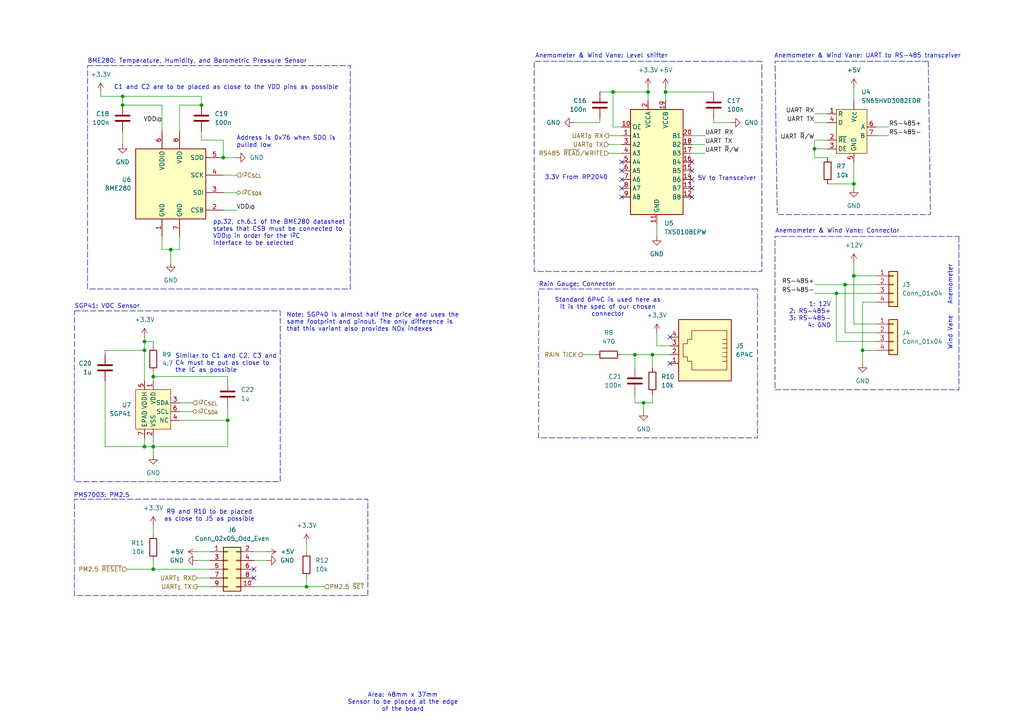
<source format=kicad_sch>
(kicad_sch (version 20250114) (generator "eeschema") (generator_version "9.0")
  (paper "A4")
  (title_block (title "Banshee Microcontroller + Supporting Systems") (date "2026-02-05") (rev "1") (company "Ivan Leonard O Aparte <ivanleonard.aparte@cit.edu>"))
  (lib_symbols
    (symbol "Banshee:SGP41"
      (property "Reference" "U" (at 4.572 9.906 0))
      (property "Value" "SGP41" (at 4.572 7.874 0))
      (symbol "SGP41_1_1"
        (rectangle (start -5.08 6.35) (end 5.08 -5.08) (fill (type background)))
        (pin power_in line (at -2.54 8.89 270) (length 2.54) (name "VDDH") (number "5"))
        (pin unspecified line (at -2.54 -7.62 90) (length 2.54) (name "EPAD") (number "7"))
        (pin power_in line (at 0 8.89 270) (length 2.54) (name "VDD") (number "1"))
        (pin power_in line (at 0 -7.62 90) (length 2.54) (name "VSS") (number "2"))
        (pin bidirectional line (at 7.62 2.54 180) (length 2.54) (name "SDA") (number "3"))
        (pin input line (at 7.62 0 180) (length 2.54) (name "SCL") (number "6"))
        (pin unspecified line (at 7.62 -2.54 180) (length 2.54) (name "NC") (number "4"))
      )
    )
    (symbol "Banshee:SN65HVD485E"
      (property "Reference" "U" (at 28.448 18.542 0))
      (property "Value" "SN65HVD485EDR" (at 28.448 16.764 0))
      (symbol "SN65HVD485E_1_1"
        (rectangle (start -5.08 6.35) (end 3.81 -6.35) (fill (type background)))
        (pin output line (at -7.62 5.08 0) (length 2.54) (name "R") (number "1"))
        (pin input line (at -7.62 2.54 0) (length 2.54) (name "D") (number "4"))
        (pin input line (at -7.62 -2.54 0) (length 2.54) (name "~{RE}") (number "2"))
        (pin input line (at -7.62 -5.08 0) (length 2.54) (name "DE") (number "3"))
        (pin power_in line (at 0 8.89 270) (length 2.54) (name "V_{CC}") (number ""))
        (pin power_in line (at 0 -8.89 90) (length 2.54) (name "GND") (number "5"))
        (pin bidirectional line (at 6.35 1.27 180) (length 2.54) (name "A") (number "6"))
        (pin bidirectional line (at 6.35 -1.27 180) (length 2.54) (name "B") (number "7"))
      )
    )
    (symbol "Connector:6P4C" (pin_names (offset 1.016))
      (property "Reference" "J" (at -5.08 11.43 0))
      (property "Value" "6P4C" (at 2.54 11.43 0))
      (symbol "6P4C_0_1"
        (polyline (pts (xy -6.35 3.175) (xy -5.08 3.175) (xy -5.08 3.175)))
        (polyline (pts (xy -6.35 1.905) (xy -5.08 1.905) (xy -5.08 1.905)))
        (polyline (pts (xy -6.35 0.635) (xy -5.08 0.635) (xy -5.08 0.635)))
        (polyline (pts (xy -6.35 -0.635) (xy -5.08 -0.635) (xy -5.08 -0.635)))
        (polyline (pts (xy -6.35 -1.905) (xy -5.08 -1.905) (xy -5.08 -1.905)))
        (polyline (pts (xy -6.35 -4.445) (xy -6.35 6.985) (xy 3.81 6.985) (xy 3.81 4.445) (xy 5.08 4.445) (xy 5.08 3.175) (xy 6.35 3.175) (xy 6.35 -0.635) (xy 5.08 -0.635) (xy 5.08 -1.905) (xy 3.81 -1.905) (xy 3.81 -4.445) (xy -6.35 -4.445) (xy -6.35 -4.445)))
        (polyline (pts (xy -5.08 4.445) (xy -6.35 4.445) (xy -6.35 4.445)))
        (rectangle (start 7.62 10.16) (end -7.62 -7.62) (stroke (width 0.254)) (fill (type background)))
      )
      (symbol "6P4C_1_1"
        (pin passive line (at 10.16 5.08 180) (length 2.54) (name "~") (number "4"))
        (pin passive line (at 10.16 2.54 180) (length 2.54) (name "~") (number "3"))
        (pin passive line (at 10.16 0 180) (length 2.54) (name "~") (number "2"))
        (pin passive line (at 10.16 -2.54 180) (length 2.54) (name "~") (number "1"))
      )
    )
    (symbol "Connector_Generic:Conn_01x04" (pin_names (offset 1.016) (hide yes))
      (property "Reference" "J" (at 0 5.08 0))
      (property "Value" "Conn_01x04" (at 0 -7.62 0))
      (symbol "Conn_01x04_1_1"
        (rectangle (start -1.27 3.81) (end 1.27 -6.35) (stroke (width 0.254)) (fill (type background)))
        (rectangle (start -1.27 2.667) (end 0 2.413) (stroke (width 0.1524)))
        (rectangle (start -1.27 0.127) (end 0 -0.127) (stroke (width 0.1524)))
        (rectangle (start -1.27 -2.413) (end 0 -2.667) (stroke (width 0.1524)))
        (rectangle (start -1.27 -4.953) (end 0 -5.207) (stroke (width 0.1524)))
        (pin passive line (at -5.08 2.54 0) (length 3.81) (name "Pin_1") (number "1"))
        (pin passive line (at -5.08 0 0) (length 3.81) (name "Pin_2") (number "2"))
        (pin passive line (at -5.08 -2.54 0) (length 3.81) (name "Pin_3") (number "3"))
        (pin passive line (at -5.08 -5.08 0) (length 3.81) (name "Pin_4") (number "4"))
      )
    )
    (symbol "Connector_Generic:Conn_02x05_Odd_Even" (pin_names (offset 1.016) (hide yes))
      (property "Reference" "J" (at 1.27 7.62 0))
      (property "Value" "Conn_02x05_Odd_Even" (at 1.27 -7.62 0))
      (symbol "Conn_02x05_Odd_Even_1_1"
        (rectangle (start -1.27 6.35) (end 3.81 -6.35) (stroke (width 0.254)) (fill (type background)))
        (rectangle (start -1.27 5.207) (end 0 4.953) (stroke (width 0.1524)))
        (rectangle (start -1.27 2.667) (end 0 2.413) (stroke (width 0.1524)))
        (rectangle (start -1.27 0.127) (end 0 -0.127) (stroke (width 0.1524)))
        (rectangle (start -1.27 -2.413) (end 0 -2.667) (stroke (width 0.1524)))
        (rectangle (start -1.27 -4.953) (end 0 -5.207) (stroke (width 0.1524)))
        (rectangle (start 3.81 5.207) (end 2.54 4.953) (stroke (width 0.1524)))
        (rectangle (start 3.81 2.667) (end 2.54 2.413) (stroke (width 0.1524)))
        (rectangle (start 3.81 0.127) (end 2.54 -0.127) (stroke (width 0.1524)))
        (rectangle (start 3.81 -2.413) (end 2.54 -2.667) (stroke (width 0.1524)))
        (rectangle (start 3.81 -4.953) (end 2.54 -5.207) (stroke (width 0.1524)))
        (pin passive line (at -5.08 5.08 0) (length 3.81) (name "Pin_1") (number "1"))
        (pin passive line (at -5.08 2.54 0) (length 3.81) (name "Pin_3") (number "3"))
        (pin passive line (at -5.08 0 0) (length 3.81) (name "Pin_5") (number "5"))
        (pin passive line (at -5.08 -2.54 0) (length 3.81) (name "Pin_7") (number "7"))
        (pin passive line (at -5.08 -5.08 0) (length 3.81) (name "Pin_9") (number "9"))
        (pin passive line (at 7.62 5.08 180) (length 3.81) (name "Pin_2") (number "2"))
        (pin passive line (at 7.62 2.54 180) (length 3.81) (name "Pin_4") (number "4"))
        (pin passive line (at 7.62 0 180) (length 3.81) (name "Pin_6") (number "6"))
        (pin passive line (at 7.62 -2.54 180) (length 3.81) (name "Pin_8") (number "8"))
        (pin passive line (at 7.62 -5.08 180) (length 3.81) (name "Pin_10") (number "10"))
      )
    )
    (symbol "Device:C" (pin_numbers (hide yes)) (pin_names (offset 0.254))
      (property "Reference" "C" (at 0.635 2.54 0))
      (property "Value" "C" (at 0.635 -2.54 0))
      (symbol "C_0_1"
        (polyline (pts (xy -2.032 0.762) (xy 2.032 0.762)) (stroke (width 0.508)))
        (polyline (pts (xy -2.032 -0.762) (xy 2.032 -0.762)) (stroke (width 0.508)))
      )
      (symbol "C_1_1"
        (pin passive line (at 0 3.81 270) (length 2.794) (name "~") (number "1"))
        (pin passive line (at 0 -3.81 90) (length 2.794) (name "~") (number "2"))
      )
    )
    (symbol "Device:R" (pin_numbers (hide yes)) (pin_names (offset 0))
      (property "Reference" "R" (at 2.032 0 90))
      (property "Value" "R" (at 0 0 90))
      (symbol "R_0_1"
        (rectangle (start -1.016 -2.54) (end 1.016 2.54) (stroke (width 0.254)))
      )
      (symbol "R_1_1"
        (pin passive line (at 0 3.81 270) (length 1.27) (name "~") (number "1"))
        (pin passive line (at 0 -3.81 90) (length 1.27) (name "~") (number "2"))
      )
    )
    (symbol "Logic_LevelTranslator:TXS0108EPW"
      (property "Reference" "U" (at -6.35 16.51 0))
      (property "Value" "TXS0108EPW" (at 3.81 16.51 0))
      (symbol "TXS0108EPW_0_1"
        (rectangle (start -7.62 15.24) (end 7.62 -15.24) (stroke (width 0.254)) (fill (type background)))
      )
      (symbol "TXS0108EPW_1_1"
        (pin input line (at -10.16 10.16 0) (length 2.54) (name "OE") (number "10"))
        (pin bidirectional line (at -10.16 7.62 0) (length 2.54) (name "A1") (number "1"))
        (pin bidirectional line (at -10.16 5.08 0) (length 2.54) (name "A2") (number "3"))
        (pin bidirectional line (at -10.16 2.54 0) (length 2.54) (name "A3") (number "4"))
        (pin bidirectional line (at -10.16 0 0) (length 2.54) (name "A4") (number "5"))
        (pin bidirectional line (at -10.16 -2.54 0) (length 2.54) (name "A5") (number "6"))
        (pin bidirectional line (at -10.16 -5.08 0) (length 2.54) (name "A6") (number "7"))
        (pin bidirectional line (at -10.16 -7.62 0) (length 2.54) (name "A7") (number "8"))
        (pin bidirectional line (at -10.16 -10.16 0) (length 2.54) (name "A8") (number "9"))
        (pin power_in line (at -2.54 17.78 270) (length 2.54) (name "VCCA") (number "2"))
        (pin power_in line (at 0 -17.78 90) (length 2.54) (name "GND") (number "11"))
        (pin power_in line (at 2.54 17.78 270) (length 2.54) (name "VCCB") (number "19"))
        (pin bidirectional line (at 10.16 7.62 180) (length 2.54) (name "B1") (number "20"))
        (pin bidirectional line (at 10.16 5.08 180) (length 2.54) (name "B2") (number "18"))
        (pin bidirectional line (at 10.16 2.54 180) (length 2.54) (name "B3") (number "17"))
        (pin bidirectional line (at 10.16 0 180) (length 2.54) (name "B4") (number "16"))
        (pin bidirectional line (at 10.16 -2.54 180) (length 2.54) (name "B5") (number "15"))
        (pin bidirectional line (at 10.16 -5.08 180) (length 2.54) (name "B6") (number "14"))
        (pin bidirectional line (at 10.16 -7.62 180) (length 2.54) (name "B7") (number "13"))
        (pin bidirectional line (at 10.16 -10.16 180) (length 2.54) (name "B8") (number "12"))
      )
    )
    (symbol "Sensor:BME280"
      (property "Reference" "U" (at -8.89 11.43 0))
      (property "Value" "BME280" (at 7.62 11.43 0))
      (symbol "BME280_0_1"
        (rectangle (start -10.16 10.16) (end 10.16 -10.16) (stroke (width 0.254)) (fill (type background)))
      )
      (symbol "BME280_1_1"
        (pin power_in line (at -2.54 15.24 270) (length 5.08) (name "VDDIO") (number "6"))
        (pin power_in line (at -2.54 -15.24 90) (length 5.08) (name "GND") (number "1"))
        (pin power_in line (at 2.54 15.24 270) (length 5.08) (name "VDD") (number "8"))
        (pin power_in line (at 2.54 -15.24 90) (length 5.08) (name "GND") (number "7"))
        (pin bidirectional line (at 15.24 7.62 180) (length 5.08) (name "SDO") (number "5"))
        (pin input line (at 15.24 2.54 180) (length 5.08) (name "SCK") (number "4"))
        (pin bidirectional line (at 15.24 -2.54 180) (length 5.08) (name "SDI") (number "3"))
        (pin input line (at 15.24 -7.62 180) (length 5.08) (name "CSB") (number "2"))
      )
    )
    (symbol "power:+12V" (power) (pin_numbers (hide yes)) (pin_names (offset 0) (hide yes))
      (property "Value" "+12V" (at 0 3.556 0))
      (symbol "+12V_0_1"
        (polyline (pts (xy -0.762 1.27) (xy 0 2.54)))
        (polyline (pts (xy 0 2.54) (xy 0.762 1.27)))
        (polyline (pts (xy 0 0) (xy 0 2.54)))
      )
      (symbol "+12V_1_1"
        (pin power_in line (at 0 0 90) (length 0) (name "~") (number "1"))
      )
    )
    (symbol "power:+3.3V" (power) (pin_numbers (hide yes)) (pin_names (offset 0) (hide yes))
      (property "Value" "+3.3V" (at 0 3.556 0))
      (symbol "+3.3V_0_1"
        (polyline (pts (xy -0.762 1.27) (xy 0 2.54)))
        (polyline (pts (xy 0 2.54) (xy 0.762 1.27)))
        (polyline (pts (xy 0 0) (xy 0 2.54)))
      )
      (symbol "+3.3V_1_1"
        (pin power_in line (at 0 0 90) (length 0) (name "~") (number "1"))
      )
    )
    (symbol "power:+5V" (power) (pin_numbers (hide yes)) (pin_names (offset 0) (hide yes))
      (property "Value" "+5V" (at 0 3.556 0))
      (symbol "+5V_0_1"
        (polyline (pts (xy -0.762 1.27) (xy 0 2.54)))
        (polyline (pts (xy 0 2.54) (xy 0.762 1.27)))
        (polyline (pts (xy 0 0) (xy 0 2.54)))
      )
      (symbol "+5V_1_1"
        (pin power_in line (at 0 0 90) (length 0) (name "~") (number "1"))
      )
    )
    (symbol "power:GND" (power) (pin_numbers (hide yes)) (pin_names (offset 0) (hide yes))
      (property "Value" "GND" (at 0 -3.81 0))
      (symbol "GND_0_1"
        (polyline (pts (xy 0 0) (xy 0 -1.27) (xy 1.27 -1.27) (xy 0 -2.54) (xy -1.27 -1.27) (xy 0 -1.27)))
      )
      (symbol "GND_1_1"
        (pin power_in line (at 0 0 270) (length 0) (name "~") (number "1"))
      )
    )
  )
  (text "pp.32, ch.6.1 of the BME280 datasheet\nstates that CSB must be connected to\nVDD_{IO} in order for the I^{2}C\ninterface to be selected" (at 61.722 67.564 0) (effects (font (size 1.27 1.27)) (justify left)))
  (text "Note: SGP40 is almost half the price and uses the\nsame footprint and pinout. The only difference is\nthat this variant also provides NO_{X} indexes" (at 83.058 93.472 0) (effects (font (size 1.27 1.27)) (justify left)))
  (text "Anemometer & Wind Vane: Level shifter" (at 155.194 16.256 0) (effects (font (size 1.27 1.27)) (justify left)))
  (text "3.3V From RP2040" (at 167.132 51.562 0) (effects (font (size 1.27 1.27))))
  (text "Address is 0x76 when SDO is\npulled low" (at 68.58 41.148 0) (effects (font (size 1.27 1.27)) (justify left)))
  (text "Similar to C1 and C2, C3 and\nC4 must be put as close to\nthe IC as possible" (at 50.8 105.41 0) (effects (font (size 1.27 1.27)) (justify left)))
  (text "Standard 6P4C is used here as\nit is the spec of our chosen\nconnector" (at 176.276 89.154 0) (effects (font (size 1.27 1.27))))
  (text "Area: 48mm x 37mm\nSensor to be placed at the edge\nof the board" (at 116.84 203.708 0) (effects (font (size 1.27 1.27))))
  (text "Anemometer & Wind Vane: Connector" (at 224.79 67.056 0) (effects (font (size 1.27 1.27)) (justify left)))
  (text "R9 and R10 to be placed\nas close to J5 as possible" (at 60.706 149.606 0) (effects (font (size 1.27 1.27))))
  (text "1: 12V\n2: RS-485+\n3: RS-485-\n4: GND" (at 241.046 91.44 0) (effects (font (size 1.27 1.27)) (justify right)))
  (text "BME280: Temperature, Humidity, and Barometric Pressure Sensor" (at 25.4 17.78 0) (effects (font (size 1.27 1.27)) (justify left)))
  (text "Rain Gauge: Connector" (at 167.386 82.55 0) (effects (font (size 1.27 1.27))))
  (text "SGP41: VOC Sensor" (at 21.59 88.9 0) (effects (font (size 1.27 1.27)) (justify left)))
  (text "Anemometer & Wind Vane: UART to RS-485 transceiver" (at 224.536 16.256 0) (effects (font (size 1.27 1.27)) (justify left)))
  (text "Anemometer" (at 275.59 82.55 90) (effects (font (size 1.27 1.27))))
  (text "5V to Transceiver" (at 210.82 51.816 0) (effects (font (size 1.27 1.27))))
  (text "Wind Vane" (at 275.59 96.52 90) (effects (font (size 1.27 1.27))))
  (text "PMS7003: PM2.5" (at 21.336 143.764 0) (effects (font (size 1.27 1.27)) (justify left)))
  (text "C1 and C2 are to be placed as close to the VDD pins as possible" (at 33.02 25.4 0) (effects (font (size 1.27 1.27)) (justify left)))
  (junction (at 44.45 129.54))
  (junction (at 58.42 30.48))
  (junction (at 35.56 30.48))
  (junction (at 236.22 43.18))
  (junction (at 44.45 109.22))
  (junction (at 247.65 80.01))
  (junction (at 49.53 72.39))
  (junction (at 187.96 26.67))
  (junction (at 64.77 45.72))
  (junction (at 250.19 101.6))
  (junction (at 41.91 129.54))
  (junction (at 186.69 116.84))
  (junction (at 177.8 26.67))
  (junction (at 41.91 101.6))
  (junction (at 242.57 85.09))
  (junction (at 245.11 82.55))
  (junction (at 41.91 99.06))
  (junction (at 44.45 165.1))
  (junction (at 247.65 53.34))
  (junction (at 66.04 121.92))
  (junction (at 88.9 170.18))
  (junction (at 184.15 102.87))
  (junction (at 35.56 27.94))
  (junction (at 189.23 102.87))
  (junction (at 193.04 26.67))
  (no_connect (at 200.66 54.61))
  (no_connect (at 194.31 97.79))
  (no_connect (at 180.34 54.61))
  (no_connect (at 180.34 49.53))
  (no_connect (at 180.34 57.15))
  (no_connect (at 200.66 52.07))
  (no_connect (at 180.34 46.99))
  (no_connect (at 200.66 57.15))
  (no_connect (at 73.66 165.1))
  (no_connect (at 200.66 46.99))
  (no_connect (at 73.66 167.64))
  (no_connect (at 194.31 105.41))
  (no_connect (at 180.34 52.07))
  (no_connect (at 200.66 49.53))
  (wire (pts (xy 177.8 26.67) (xy 187.96 26.67)))
  (wire (pts (xy 236.22 43.18) (xy 240.03 43.18)))
  (wire (pts (xy 184.15 116.84) (xy 186.69 116.84)))
  (wire (pts (xy 66.04 118.11) (xy 66.04 121.92)))
  (wire (pts (xy 176.53 41.91) (xy 180.34 41.91)))
  (wire (pts (xy 44.45 162.56) (xy 44.45 165.1)))
  (wire (pts (xy 88.9 157.48) (xy 88.9 160.02)))
  (wire (pts (xy 193.04 26.67) (xy 193.04 29.21)))
  (wire (pts (xy 190.5 100.33) (xy 194.31 100.33)))
  (wire (pts (xy 73.66 162.56) (xy 77.47 162.56)))
  (wire (pts (xy 236.22 33.02) (xy 240.03 33.02)))
  (wire (pts (xy 254 39.37) (xy 257.81 39.37)))
  (wire (pts (xy 52.07 72.39) (xy 52.07 68.58)))
  (wire (pts (xy 49.53 72.39) (xy 52.07 72.39)))
  (wire (pts (xy 254 36.83) (xy 257.81 36.83)))
  (wire (pts (xy 57.15 167.64) (xy 60.96 167.64)))
  (wire (pts (xy 250.19 101.6) (xy 250.19 87.63)))
  (wire (pts (xy 236.22 82.55) (xy 245.11 82.55)))
  (wire (pts (xy 88.9 167.64) (xy 88.9 170.18)))
  (wire (pts (xy 58.42 40.64) (xy 64.77 40.64)))
  (wire (pts (xy 44.45 127) (xy 44.45 129.54)))
  (wire (pts (xy 247.65 76.2) (xy 247.65 80.01)))
  (wire (pts (xy 44.45 165.1) (xy 60.96 165.1)))
  (wire (pts (xy 236.22 45.72) (xy 236.22 43.18)))
  (wire (pts (xy 36.83 165.1) (xy 44.45 165.1)))
  (wire (pts (xy 245.11 82.55) (xy 254 82.55)))
  (wire (pts (xy 29.21 26.67) (xy 29.21 27.94)))
  (wire (pts (xy 207.01 34.29) (xy 207.01 35.56)))
  (wire (pts (xy 193.04 26.67) (xy 207.01 26.67)))
  (wire (pts (xy 250.19 105.41) (xy 250.19 101.6)))
  (wire (pts (xy 64.77 50.8) (xy 68.58 50.8)))
  (wire (pts (xy 180.34 102.87) (xy 184.15 102.87)))
  (wire (pts (xy 66.04 110.49) (xy 66.04 109.22)))
  (wire (pts (xy 44.45 107.95) (xy 44.45 109.22)))
  (wire (pts (xy 58.42 27.94) (xy 58.42 30.48)))
  (wire (pts (xy 58.42 38.1) (xy 58.42 40.64)))
  (wire (pts (xy 200.66 44.45) (xy 204.47 44.45)))
  (wire (pts (xy 184.15 102.87) (xy 189.23 102.87)))
  (wire (pts (xy 236.22 35.56) (xy 240.03 35.56)))
  (wire (pts (xy 247.65 80.01) (xy 254 80.01)))
  (wire (pts (xy 242.57 85.09) (xy 254 85.09)))
  (wire (pts (xy 186.69 116.84) (xy 189.23 116.84)))
  (wire (pts (xy 236.22 85.09) (xy 242.57 85.09)))
  (wire (pts (xy 207.01 35.56) (xy 212.09 35.56)))
  (wire (pts (xy 168.91 102.87) (xy 172.72 102.87)))
  (wire (pts (xy 41.91 101.6) (xy 41.91 110.49)))
  (wire (pts (xy 193.04 25.4) (xy 193.04 26.67)))
  (wire (pts (xy 35.56 30.48) (xy 46.99 30.48)))
  (wire (pts (xy 41.91 129.54) (xy 44.45 129.54)))
  (wire (pts (xy 242.57 99.06) (xy 254 99.06)))
  (wire (pts (xy 173.99 26.67) (xy 177.8 26.67)))
  (wire (pts (xy 186.69 119.38) (xy 186.69 116.84)))
  (wire (pts (xy 73.66 160.02) (xy 77.47 160.02)))
  (wire (pts (xy 35.56 27.94) (xy 58.42 27.94)))
  (wire (pts (xy 247.65 93.98) (xy 254 93.98)))
  (wire (pts (xy 29.21 27.94) (xy 35.56 27.94)))
  (wire (pts (xy 187.96 26.67) (xy 187.96 29.21)))
  (wire (pts (xy 44.45 109.22) (xy 44.45 110.49)))
  (wire (pts (xy 44.45 152.4) (xy 44.45 154.94)))
  (wire (pts (xy 245.11 82.55) (xy 245.11 96.52)))
  (wire (pts (xy 46.99 30.48) (xy 46.99 38.1)))
  (wire (pts (xy 177.8 26.67) (xy 177.8 36.83)))
  (wire (pts (xy 88.9 170.18) (xy 93.98 170.18)))
  (wire (pts (xy 184.15 114.3) (xy 184.15 116.84)))
  (wire (pts (xy 166.37 35.56) (xy 173.99 35.56)))
  (wire (pts (xy 236.22 40.64) (xy 240.03 40.64)))
  (wire (pts (xy 64.77 60.96) (xy 68.58 60.96)))
  (wire (pts (xy 52.07 116.84) (xy 55.88 116.84)))
  (wire (pts (xy 250.19 101.6) (xy 254 101.6)))
  (wire (pts (xy 66.04 129.54) (xy 44.45 129.54)))
  (wire (pts (xy 200.66 41.91) (xy 204.47 41.91)))
  (wire (pts (xy 57.15 170.18) (xy 60.96 170.18)))
  (wire (pts (xy 247.65 25.4) (xy 247.65 29.21)))
  (wire (pts (xy 41.91 99.06) (xy 44.45 99.06)))
  (wire (pts (xy 52.07 121.92) (xy 66.04 121.92)))
  (wire (pts (xy 30.48 101.6) (xy 41.91 101.6)))
  (wire (pts (xy 173.99 34.29) (xy 173.99 35.56)))
  (wire (pts (xy 189.23 106.68) (xy 189.23 102.87)))
  (wire (pts (xy 189.23 102.87) (xy 194.31 102.87)))
  (wire (pts (xy 41.91 99.06) (xy 41.91 101.6)))
  (wire (pts (xy 49.53 72.39) (xy 49.53 76.2)))
  (wire (pts (xy 176.53 44.45) (xy 180.34 44.45)))
  (wire (pts (xy 64.77 45.72) (xy 68.58 45.72)))
  (wire (pts (xy 44.45 129.54) (xy 44.45 132.08)))
  (wire (pts (xy 30.48 110.49) (xy 30.48 129.54)))
  (wire (pts (xy 46.99 68.58) (xy 46.99 72.39)))
  (wire (pts (xy 30.48 129.54) (xy 41.91 129.54)))
  (wire (pts (xy 250.19 87.63) (xy 254 87.63)))
  (wire (pts (xy 189.23 116.84) (xy 189.23 114.3)))
  (wire (pts (xy 247.65 80.01) (xy 247.65 93.98)))
  (wire (pts (xy 41.91 127) (xy 41.91 129.54)))
  (wire (pts (xy 35.56 27.94) (xy 35.56 30.48)))
  (wire (pts (xy 73.66 170.18) (xy 88.9 170.18)))
  (wire (pts (xy 236.22 43.18) (xy 236.22 40.64)))
  (wire (pts (xy 66.04 121.92) (xy 66.04 129.54)))
  (wire (pts (xy 64.77 40.64) (xy 64.77 45.72)))
  (wire (pts (xy 187.96 25.4) (xy 187.96 26.67)))
  (wire (pts (xy 41.91 97.79) (xy 41.91 99.06)))
  (wire (pts (xy 242.57 85.09) (xy 242.57 99.06)))
  (wire (pts (xy 200.66 39.37) (xy 204.47 39.37)))
  (wire (pts (xy 245.11 96.52) (xy 254 96.52)))
  (wire (pts (xy 247.65 53.34) (xy 247.65 54.61)))
  (wire (pts (xy 247.65 46.99) (xy 247.65 53.34)))
  (wire (pts (xy 35.56 38.1) (xy 35.56 41.91)))
  (wire (pts (xy 240.03 53.34) (xy 247.65 53.34)))
  (wire (pts (xy 64.77 55.88) (xy 68.58 55.88)))
  (wire (pts (xy 44.45 99.06) (xy 44.45 100.33)))
  (wire (pts (xy 176.53 39.37) (xy 180.34 39.37)))
  (wire (pts (xy 58.42 30.48) (xy 52.07 30.48)))
  (wire (pts (xy 52.07 30.48) (xy 52.07 38.1)))
  (wire (pts (xy 190.5 96.52) (xy 190.5 100.33)))
  (wire (pts (xy 52.07 119.38) (xy 55.88 119.38)))
  (wire (pts (xy 236.22 45.72) (xy 240.03 45.72)))
  (wire (pts (xy 57.15 162.56) (xy 60.96 162.56)))
  (wire (pts (xy 190.5 64.77) (xy 190.5 68.58)))
  (wire (pts (xy 46.99 72.39) (xy 49.53 72.39)))
  (wire (pts (xy 30.48 102.87) (xy 30.48 101.6)))
  (wire (pts (xy 184.15 106.68) (xy 184.15 102.87)))
  (wire (pts (xy 57.15 160.02) (xy 60.96 160.02)))
  (wire (pts (xy 44.45 109.22) (xy 66.04 109.22)))
  (wire (pts (xy 180.34 36.83) (xy 177.8 36.83)))
  (label "UART ~{R}{slash}W" (at 204.47 44.45 0))
  (label "VDD_{IO}" (at 68.58 60.96 0))
  (label "RS-485+" (at 236.22 82.55 180))
  (label "UART TX" (at 236.22 35.56 180))
  (label "RS-485-" (at 257.81 39.37 0))
  (label "RS-485-" (at 236.22 85.09 180))
  (label "VDD_{IO}" (at 46.99 35.56 180))
  (label "UART RX" (at 204.47 39.37 0))
  (label "RS-485+" (at 257.81 36.83 0))
  (label "UART RX" (at 236.22 33.02 180))
  (label "UART TX" (at 204.47 41.91 0))
  (label "UART ~{R}{slash}W" (at 236.22 40.64 180))
  (hierarchical_label "UART_{0} RX" (shape output) (at 176.53 39.37 180))
  (hierarchical_label "I^{2}C_{SCL}" (shape input) (at 55.88 116.84 0))
  (hierarchical_label "UART_{0} TX" (shape input) (at 176.53 41.91 180))
  (hierarchical_label "PM2.5 ~{SET}" (shape input) (at 93.98 170.18 0))
  (hierarchical_label "UART_{1} RX" (shape input) (at 57.15 167.64 180))
  (hierarchical_label "I^{2}C_{SDA}" (shape bidirectional) (at 68.58 55.88 0))
  (hierarchical_label "I^{2}C_{SCL}" (shape input) (at 68.58 50.8 0))
  (hierarchical_label "UART_{1} TX" (shape output) (at 57.15 170.18 180))
  (hierarchical_label "I^{2}C_{SDA}" (shape bidirectional) (at 55.88 119.38 0))
  (hierarchical_label "RAIN TICK" (shape output) (at 168.91 102.87 180))
  (hierarchical_label "RS485 ~{READ}{slash}WRITE" (shape input) (at 176.53 44.45 180))
  (hierarchical_label "PM2.5 ~{RESET}" (shape input) (at 36.83 165.1 180))
  (rule_area (polyline (pts (xy 220.98 17.78) (xy 154.94 17.78) (xy 154.94 78.74) (xy 220.98 78.74)) (stroke (width 0) (type dash) (color 0 0 132 1))))
  (rule_area (polyline (pts (xy 219.71 83.82) (xy 156.21 83.82) (xy 156.21 127) (xy 219.71 127)) (stroke (width 0) (type dash) (color 0 0 132 1))))
  (rule_area (polyline (pts (xy 21.59 90.17) (xy 81.28 90.17) (xy 81.28 139.7) (xy 21.59 139.7)) (stroke (width 0) (type dash) (color 0 0 132 1))))
  (rule_area (polyline (pts (xy 25.4 19.05) (xy 101.6 19.05) (xy 101.6 83.82) (xy 25.4 83.82)) (stroke (width 0) (type dash) (color 0 0 132 1))))
  (rule_area (polyline (pts (xy 106.68 172.72) (xy 106.68 144.78) (xy 21.59 144.78) (xy 21.59 172.72)) (stroke (width 0) (type dash) (color 0 0 132 1))))
  (rule_area (polyline (pts (xy 269.24 17.78) (xy 224.79 17.78) (xy 225.425 62.23) (xy 269.875 62.23)) (stroke (width 0) (type dash) (color 0 0 132 1))))
  (rule_area (polyline (pts (xy 278.13 68.58) (xy 278.13 113.03) (xy 224.79 113.03) (xy 224.79 68.58)) (stroke (width 0) (type dash) (color 0 0 132 1))))
  (symbol (lib_id "Device:R") (at 44.45 158.75 0) (mirror x) (unit 1)
    (property "Reference" "R11" (at 41.91 157.4799 0) (effects (justify right)))
    (property "Value" "10k" (at 41.91 160.0199 0) (effects (justify right)))
    (property "Description" "Resistor" (effects (hide yes)))
  )
  (symbol (lib_id "power:+3.3V") (at 88.9 157.48 0) (unit 1)
    (property "Reference" "#PWR038" (effects (hide yes)))
    (property "Value" "+3.3V" (at 88.9 152.4 0))
    (property "Description" "Power symbol creates a global label with name \"+3.3V\"" (effects (hide yes)))
  )
  (symbol (lib_id "power:+5V") (at 77.47 160.02 270) (unit 1)
    (property "Reference" "#PWR040" (effects (hide yes)))
    (property "Value" "+5V" (at 81.28 160.0199 90) (effects (justify left)))
    (property "Description" "Power symbol creates a global label with name \"+5V\"" (effects (hide yes)))
  )
  (symbol (lib_id "Banshee:SGP41") (at 44.45 119.38 0) (unit 1)
    (property "Reference" "U7" (at 38.1 117.4749 0) (effects (justify right)))
    (property "Value" "SGP41" (at 38.1 120.0149 0) (effects (justify right)))
    (property "Footprint" "Banshee:XCDR_SGP40-D-R4" (effects (hide yes)))
    (property "Datasheet" "https://sensirion.com/media/documents/296373BB/6203C5DF/Sensirion_Gas_Sensors_Datasheet_SGP40.pdf" (effects (hide yes)))
    (property "Description" "Indoor Air Quality Sensor   for VOC   Measurements" (effects (hide yes)))
    (property "JLCPCB Part#" "C3659325" (effects (hide yes)))
  )
  (symbol (lib_id "Device:R") (at 240.03 49.53 0) (mirror y) (unit 1)
    (property "Reference" "R7" (at 242.57 48.2599 0) (effects (justify right)))
    (property "Value" "10k" (at 242.57 50.7999 0) (effects (justify right)))
    (property "Description" "Resistor" (effects (hide yes)))
  )
  (symbol (lib_id "power:GND") (at 57.15 162.56 270) (unit 1)
    (property "Reference" "#PWR041" (effects (hide yes)))
    (property "Value" "GND" (at 53.34 162.5599 90) (effects (justify right)))
    (property "Description" "Power symbol creates a global label with name \"GND\" , ground" (effects (hide yes)))
  )
  (symbol (lib_id "power:GND") (at 77.47 162.56 90) (unit 1)
    (property "Reference" "#PWR042" (effects (hide yes)))
    (property "Value" "GND" (at 81.28 162.5599 90) (effects (justify right)))
    (property "Description" "Power symbol creates a global label with name \"GND\" , ground" (effects (hide yes)))
  )
  (symbol (lib_id "Device:C") (at 58.42 34.29 0) (unit 1)
    (property "Reference" "C19" (at 62.23 33.0199 0) (effects (justify left)))
    (property "Value" "100n" (at 62.23 35.5599 0) (effects (justify left)))
    (property "Description" "Unpolarized capacitor" (effects (hide yes)))
  )
  (symbol (lib_id "power:GND") (at 186.69 119.38 0) (unit 1)
    (property "Reference" "#PWR035" (effects (hide yes)))
    (property "Value" "GND" (at 186.69 124.46 0))
    (property "Description" "Power symbol creates a global label with name \"GND\" , ground" (effects (hide yes)))
  )
  (symbol (lib_id "power:GND") (at 166.37 35.56 270) (unit 1)
    (property "Reference" "#PWR024" (effects (hide yes)))
    (property "Value" "GND" (at 162.56 35.5599 90) (effects (justify right)))
    (property "Description" "Power symbol creates a global label with name \"GND\" , ground" (effects (hide yes)))
  )
  (symbol (lib_id "Connector_Generic:Conn_01x04") (at 259.08 82.55 0) (unit 1) (in_bom no)
    (property "Reference" "J3" (at 261.62 82.5499 0) (effects (justify left)))
    (property "Value" "Conn_01x04" (at 261.62 85.0899 0) (effects (justify left)))
    (property "Footprint" "Connector_PinHeader_2.54mm:PinHeader_1x04_P2.54mm_Vertical" (effects (hide yes)))
    (property "Description" "Generic connector, single row, 01x04, script generated (kicad-library-utils/schlib/autogen/connector/)" (effects (hide yes)))
  )
  (symbol (lib_id "Device:C") (at 35.56 34.29 0) (mirror y) (unit 1)
    (property "Reference" "C18" (at 31.75 33.0199 0) (effects (justify left)))
    (property "Value" "100n" (at 31.75 35.5599 0) (effects (justify left)))
    (property "Description" "Unpolarized capacitor" (effects (hide yes)))
  )
  (symbol (lib_id "power:GND") (at 35.56 41.91 0) (unit 1)
    (property "Reference" "#PWR026" (effects (hide yes)))
    (property "Value" "GND" (at 35.56 46.99 0))
    (property "Description" "Power symbol creates a global label with name \"GND\" , ground" (effects (hide yes)))
  )
  (symbol (lib_id "Device:R") (at 44.45 104.14 0) (unit 1)
    (property "Reference" "R9" (at 46.99 102.8699 0) (effects (justify left)))
    (property "Value" "4.7" (at 46.99 105.4099 0) (effects (justify left)))
    (property "Description" "Resistor" (effects (hide yes)))
  )
  (symbol (lib_id "power:+3.3V") (at 190.5 96.52 0) (unit 1)
    (property "Reference" "#PWR032" (effects (hide yes)))
    (property "Value" "+3.3V" (at 190.5 91.44 0))
    (property "Description" "Power symbol creates a global label with name \"+3.3V\"" (effects (hide yes)))
  )
  (symbol (lib_id "Sensor:BME280") (at 49.53 53.34 0) (unit 1)
    (property "Reference" "U6" (at 38.1 52.0699 0) (effects (justify right)))
    (property "Value" "BME280" (at 38.1 54.6099 0) (effects (justify right)))
    (property "Footprint" "Package_LGA:Bosch_LGA-8_2.5x2.5mm_P0.65mm_ClockwisePinNumbering" (effects (hide yes)))
    (property "Datasheet" "https://www.bosch-sensortec.com/media/boschsensortec/downloads/datasheets/bst-bme280-ds002.pdf" (effects (hide yes)))
    (property "Description" "3-in-1 sensor, humidity, pressure, temperature, I2C and SPI interface, 1.71-3.6V, LGA-8" (effects (hide yes)))
    (property "JLCPCB Part#" "C92489" (effects (hide yes)))
  )
  (symbol (lib_id "power:+5V") (at 247.65 25.4 0) (unit 1)
    (property "Reference" "#PWR022" (effects (hide yes)))
    (property "Value" "+5V" (at 247.65 20.32 0))
    (property "Description" "Power symbol creates a global label with name \"+5V\"" (effects (hide yes)))
  )
  (symbol (lib_id "power:+5V") (at 193.04 25.4 0) (unit 1)
    (property "Reference" "#PWR021" (effects (hide yes)))
    (property "Value" "+5V" (at 193.04 20.32 0))
    (property "Description" "Power symbol creates a global label with name \"+5V\"" (effects (hide yes)))
  )
  (symbol (lib_id "Device:C") (at 66.04 114.3 0) (unit 1)
    (property "Reference" "C22" (at 69.85 113.0299 0) (effects (justify left)))
    (property "Value" "1u" (at 69.85 115.5699 0) (effects (justify left)))
    (property "Description" "Unpolarized capacitor" (effects (hide yes)))
  )
  (symbol (lib_id "power:+3.3V") (at 44.45 152.4 0) (unit 1)
    (property "Reference" "#PWR037" (effects (hide yes)))
    (property "Value" "+3.3V" (at 44.45 147.32 0))
    (property "Description" "Power symbol creates a global label with name \"+3.3V\"" (effects (hide yes)))
  )
  (symbol (lib_id "Device:C") (at 207.01 30.48 0) (unit 1)
    (property "Reference" "C17" (at 210.82 29.2099 0) (effects (justify left)))
    (property "Value" "100n" (at 210.82 31.7499 0) (effects (justify left)))
    (property "Description" "Unpolarized capacitor" (effects (hide yes)))
  )
  (symbol (lib_id "power:GND") (at 212.09 35.56 90) (unit 1)
    (property "Reference" "#PWR025" (effects (hide yes)))
    (property "Value" "GND" (at 215.9 35.5599 90) (effects (justify right)))
    (property "Description" "Power symbol creates a global label with name \"GND\" , ground" (effects (hide yes)))
  )
  (symbol (lib_id "power:GND") (at 44.45 132.08 0) (unit 1)
    (property "Reference" "#PWR036" (effects (hide yes)))
    (property "Value" "GND" (at 44.45 137.16 0))
    (property "Description" "Power symbol creates a global label with name \"GND\" , ground" (effects (hide yes)))
  )
  (symbol (lib_id "Connector_Generic:Conn_01x04") (at 259.08 96.52 0) (unit 1) (in_bom no)
    (property "Reference" "J4" (at 261.62 96.5199 0) (effects (justify left)))
    (property "Value" "Conn_01x04" (at 261.62 99.0599 0) (effects (justify left)))
    (property "Footprint" "Connector_PinHeader_2.54mm:PinHeader_1x04_P2.54mm_Vertical" (effects (hide yes)))
    (property "Description" "Generic connector, single row, 01x04, script generated (kicad-library-utils/schlib/autogen/connector/)" (effects (hide yes)))
  )
  (symbol (lib_id "power:GND") (at 250.19 105.41 0) (unit 1)
    (property "Reference" "#PWR034" (effects (hide yes)))
    (property "Value" "GND" (at 250.19 110.49 0))
    (property "Description" "Power symbol creates a global label with name \"GND\" , ground" (effects (hide yes)))
  )
  (symbol (lib_id "power:+3.3V") (at 41.91 97.79 0) (unit 1)
    (property "Reference" "#PWR033" (effects (hide yes)))
    (property "Value" "+3.3V" (at 41.91 92.71 0))
    (property "Description" "Power symbol creates a global label with name \"+3.3V\"" (effects (hide yes)))
  )
  (symbol (lib_id "Device:R") (at 176.53 102.87 90) (unit 1)
    (property "Reference" "R8" (at 176.53 96.52 90))
    (property "Value" "470" (at 176.53 99.06 90))
    (property "Description" "Resistor" (effects (hide yes)))
  )
  (symbol (lib_id "power:+5V") (at 57.15 160.02 90) (unit 1)
    (property "Reference" "#PWR039" (effects (hide yes)))
    (property "Value" "+5V" (at 53.34 160.0199 90) (effects (justify left)))
    (property "Description" "Power symbol creates a global label with name \"+5V\"" (effects (hide yes)))
  )
  (symbol (lib_id "Connector:6P4C") (at 204.47 102.87 0) (mirror y) (unit 1)
    (property "Reference" "J5" (at 213.36 100.3299 0) (effects (justify right)))
    (property "Value" "6P4C" (at 213.36 102.8699 0) (effects (justify right)))
    (property "Footprint" "Banshee:5501-4P4C-13MM" (effects (hide yes)))
    (property "Datasheet" "https://jlcpcb.com/api/file/downloadByFileSystemAccessId/8589835483552378880" (effects (hide yes)))
    (property "Description" "RJ connector, 6P4C (6 positions 4 connected), RJ13/RJ14" (effects (hide yes)))
    (property "JLCPCB Part#" "C3097719" (effects (hide yes)))
  )
  (symbol (lib_id "power:GND") (at 190.5 68.58 0) (unit 1)
    (property "Reference" "#PWR029" (effects (hide yes)))
    (property "Value" "GND" (at 190.5 73.66 0))
    (property "Description" "Power symbol creates a global label with name \"GND\" , ground" (effects (hide yes)))
  )
  (symbol (lib_id "power:+12V") (at 247.65 76.2 0) (unit 1)
    (property "Reference" "#PWR031" (effects (hide yes)))
    (property "Value" "+12V" (at 247.65 71.12 0))
    (property "Description" "Power symbol creates a global label with name \"+12V\"" (effects (hide yes)))
  )
  (symbol (lib_id "Connector_Generic:Conn_02x05_Odd_Even") (at 66.04 165.1 0) (unit 1)
    (property "Reference" "J6" (at 67.31 153.67 0))
    (property "Value" "Conn_02x05_Odd_Even" (at 67.31 156.21 0))
    (property "Footprint" "Connector_PinHeader_1.27mm:PinHeader_2x05_P1.27mm_Vertical" (effects (hide yes)))
    (property "Description" "Generic connector, double row, 02x05, odd/even pin numbering scheme (row 1 odd numbers, row 2 even numbers), script generated (kicad-library-utils/schlib/autogen/connector/)" (effects (hide yes)))
  )
  (symbol (lib_id "power:GND") (at 247.65 54.61 0) (unit 1)
    (property "Reference" "#PWR028" (effects (hide yes)))
    (property "Value" "GND" (at 247.65 59.69 0))
    (property "Description" "Power symbol creates a global label with name \"GND\" , ground" (effects (hide yes)))
  )
  (symbol (lib_id "Banshee:SN65HVD485E") (at 247.65 38.1 0) (unit 1)
    (property "Reference" "U4" (at 249.7933 26.67 0) (effects (justify left)))
    (property "Value" "SN65HVD3082EDR" (at 249.7933 29.21 0) (effects (justify left)))
    (property "Footprint" "Package_SO:SOIC-8_3.9x4.9mm_P1.27mm" (effects (hide yes)))
    (property "Datasheet" "https://www.ti.com/lit/ds/symlink/sn65hvd3082e.pdf" (effects (hide yes)))
    (property "Description" "Half-Duplex RS-485 Transceiver" (effects (hide yes)))
    (property "JLCPCB Part#" "C6912" (effects (hide yes)))
  )
  (symbol (lib_id "Device:C") (at 30.48 106.68 0) (unit 1)
    (property "Reference" "C20" (at 26.67 105.4099 0) (effects (justify right)))
    (property "Value" "1u" (at 26.67 107.9499 0) (effects (justify right)))
    (property "Description" "Unpolarized capacitor" (effects (hide yes)))
  )
  (symbol (lib_id "power:+3.3V") (at 29.21 26.67 0) (unit 1)
    (property "Reference" "#PWR023" (effects (hide yes)))
    (property "Value" "+3.3V" (at 29.21 21.59 0))
    (property "Description" "Power symbol creates a global label with name \"+3.3V\"" (effects (hide yes)))
  )
  (symbol (lib_id "power:+3.3V") (at 187.96 25.4 0) (unit 1)
    (property "Reference" "#PWR020" (effects (hide yes)))
    (property "Value" "+3.3V" (at 187.96 20.32 0))
    (property "Description" "Power symbol creates a global label with name \"+3.3V\"" (effects (hide yes)))
  )
  (symbol (lib_id "Device:C") (at 173.99 30.48 0) (mirror y) (unit 1)
    (property "Reference" "C16" (at 170.18 29.2099 0) (effects (justify left)))
    (property "Value" "100n" (at 170.18 31.7499 0) (effects (justify left)))
    (property "Description" "Unpolarized capacitor" (effects (hide yes)))
  )
  (symbol (lib_id "Logic_LevelTranslator:TXS0108EPW") (at 190.5 46.99 0) (unit 1)
    (property "Reference" "U5" (at 192.6433 64.77 0) (effects (justify left)))
    (property "Value" "TXS0108EPW" (at 192.6433 67.31 0) (effects (justify left)))
    (property "Footprint" "Package_SO:TSSOP-20_4.4x6.5mm_P0.65mm" (effects (hide yes)))
    (property "Datasheet" "www.ti.com/lit/ds/symlink/txs0108e.pdf" (effects (hide yes)))
    (property "Description" "Bidirectional  level-shifting voltage translator, TSSOP-20" (effects (hide yes)))
  )
  (symbol (lib_id "Device:R") (at 88.9 163.83 0) (unit 1)
    (property "Reference" "R12" (at 91.44 162.5599 0) (effects (justify left)))
    (property "Value" "10k" (at 91.44 165.0999 0) (effects (justify left)))
    (property "Description" "Resistor" (effects (hide yes)))
  )
  (symbol (lib_id "power:GND") (at 49.53 76.2 0) (unit 1)
    (property "Reference" "#PWR030" (effects (hide yes)))
    (property "Value" "GND" (at 49.53 81.28 0))
    (property "Description" "Power symbol creates a global label with name \"GND\" , ground" (effects (hide yes)))
  )
  (symbol (lib_id "Device:R") (at 189.23 110.49 0) (mirror y) (unit 1)
    (property "Reference" "R10" (at 191.77 109.2199 0) (effects (justify right)))
    (property "Value" "10k" (at 191.77 111.7599 0) (effects (justify right)))
    (property "Description" "Resistor" (effects (hide yes)))
  )
  (symbol (lib_id "power:GND") (at 68.58 45.72 90) (mirror x) (unit 1)
    (property "Reference" "#PWR027" (effects (hide yes)))
    (property "Value" "GND" (at 72.39 45.7199 90) (effects (justify right)))
    (property "Description" "Power symbol creates a global label with name \"GND\" , ground" (effects (hide yes)))
  )
  (symbol (lib_id "Device:C") (at 184.15 110.49 0) (mirror y) (unit 1)
    (property "Reference" "C21" (at 180.34 109.2199 0) (effects (justify left)))
    (property "Value" "100n" (at 180.34 111.7599 0) (effects (justify left)))
    (property "Description" "Unpolarized capacitor" (effects (hide yes)))
  )
)
</source>
